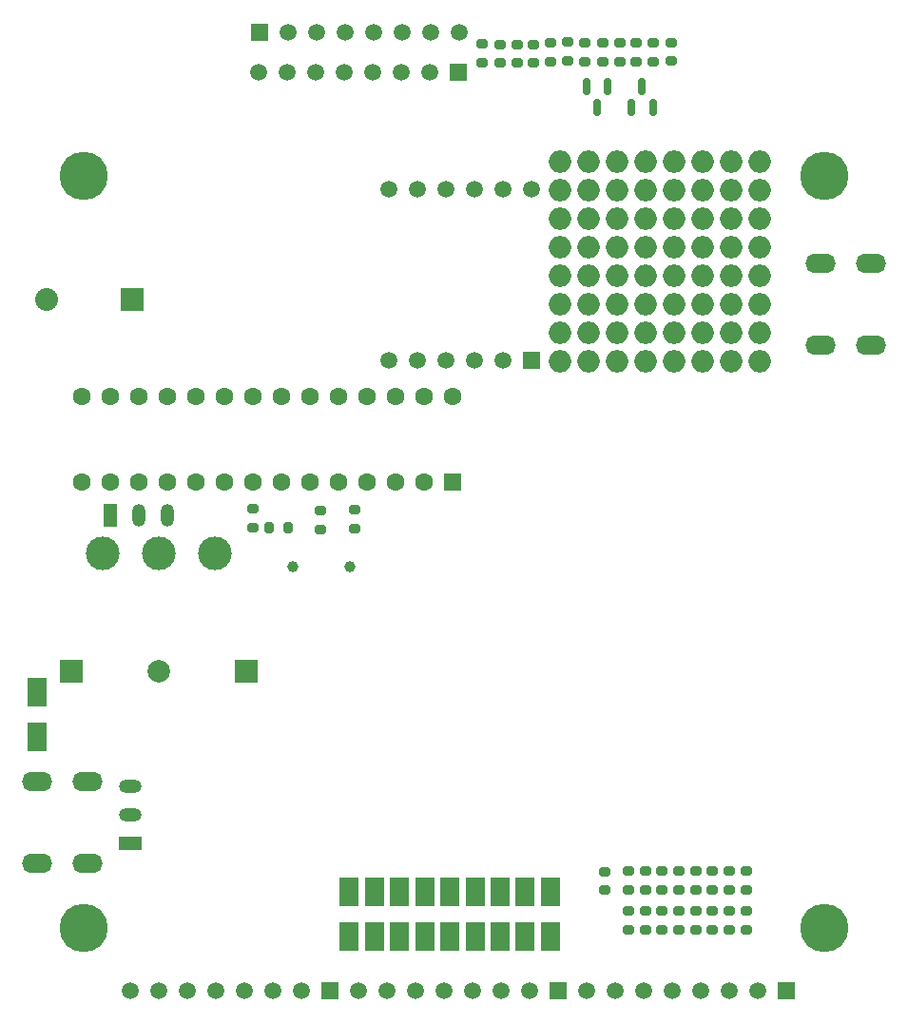
<source format=gbr>
%TF.GenerationSoftware,KiCad,Pcbnew,(6.0.0)*%
%TF.CreationDate,2022-11-14T01:44:22-08:00*%
%TF.ProjectId,Luciebox_v4,4c756369-6562-46f7-985f-76342e6b6963,rev?*%
%TF.SameCoordinates,Original*%
%TF.FileFunction,Soldermask,Top*%
%TF.FilePolarity,Negative*%
%FSLAX46Y46*%
G04 Gerber Fmt 4.6, Leading zero omitted, Abs format (unit mm)*
G04 Created by KiCad (PCBNEW (6.0.0)) date 2022-11-14 01:44:22*
%MOMM*%
%LPD*%
G01*
G04 APERTURE LIST*
G04 Aperture macros list*
%AMRoundRect*
0 Rectangle with rounded corners*
0 $1 Rounding radius*
0 $2 $3 $4 $5 $6 $7 $8 $9 X,Y pos of 4 corners*
0 Add a 4 corners polygon primitive as box body*
4,1,4,$2,$3,$4,$5,$6,$7,$8,$9,$2,$3,0*
0 Add four circle primitives for the rounded corners*
1,1,$1+$1,$2,$3*
1,1,$1+$1,$4,$5*
1,1,$1+$1,$6,$7*
1,1,$1+$1,$8,$9*
0 Add four rect primitives between the rounded corners*
20,1,$1+$1,$2,$3,$4,$5,0*
20,1,$1+$1,$4,$5,$6,$7,0*
20,1,$1+$1,$6,$7,$8,$9,0*
20,1,$1+$1,$8,$9,$2,$3,0*%
G04 Aperture macros list end*
%ADD10RoundRect,0.200000X-0.275000X0.200000X-0.275000X-0.200000X0.275000X-0.200000X0.275000X0.200000X0*%
%ADD11RoundRect,0.200000X0.275000X-0.200000X0.275000X0.200000X-0.275000X0.200000X-0.275000X-0.200000X0*%
%ADD12R,1.800000X2.500000*%
%ADD13R,2.000000X1.200000*%
%ADD14O,2.000000X1.200000*%
%ADD15C,4.300000*%
%ADD16RoundRect,0.150000X-0.150000X0.587500X-0.150000X-0.587500X0.150000X-0.587500X0.150000X0.587500X0*%
%ADD17C,1.000000*%
%ADD18RoundRect,0.150000X0.150000X-0.587500X0.150000X0.587500X-0.150000X0.587500X-0.150000X-0.587500X0*%
%ADD19O,2.700000X1.700000*%
%ADD20RoundRect,0.200000X0.200000X0.275000X-0.200000X0.275000X-0.200000X-0.275000X0.200000X-0.275000X0*%
%ADD21R,1.200000X2.000000*%
%ADD22O,1.200000X2.000000*%
%ADD23O,2.000000X2.000000*%
%ADD24R,1.500000X1.500000*%
%ADD25C,1.500000*%
%ADD26R,1.600000X1.600000*%
%ADD27C,1.600000*%
%ADD28C,2.000000*%
%ADD29R,2.000000X2.100000*%
%ADD30C,3.000000*%
%ADD31R,2.032000X2.032000*%
%ADD32C,2.032000*%
G04 APERTURE END LIST*
D10*
%TO.C,R11*%
X56026800Y-77946000D03*
X56026800Y-79596000D03*
%TD*%
D11*
%TO.C,R13*%
X59026800Y-79596000D03*
X59026800Y-77946000D03*
%TD*%
%TO.C,R5*%
X43100000Y-5950000D03*
X43100000Y-4300000D03*
%TD*%
D12*
%TO.C,D7*%
X34173600Y-79788000D03*
X34173600Y-83788000D03*
%TD*%
%TO.C,D1*%
X47599600Y-79788000D03*
X47599600Y-83788000D03*
%TD*%
%TO.C,D2*%
X45349600Y-79788000D03*
X45349600Y-83788000D03*
%TD*%
%TO.C,D3*%
X43114400Y-79788000D03*
X43114400Y-83788000D03*
%TD*%
D13*
%TO.C,T5*%
X10160000Y-75438000D03*
D14*
X10160000Y-72898000D03*
X10160000Y-70358000D03*
%TD*%
D10*
%TO.C,R8*%
X57526800Y-81471000D03*
X57526800Y-83121000D03*
%TD*%
D15*
%TO.C,H2*%
X6000000Y-83000000D03*
%TD*%
D16*
%TO.C,Q1*%
X52700000Y-8062500D03*
X50800000Y-8062500D03*
X51750000Y-9937500D03*
%TD*%
D11*
%TO.C,C2*%
X27118000Y-47510000D03*
X27118000Y-45860000D03*
%TD*%
D17*
%TO.C,Y1*%
X29718000Y-50800000D03*
X24638000Y-50800000D03*
%TD*%
D11*
%TO.C,R_0_if_no_auto_power_off1*%
X41503600Y-5942600D03*
X41503600Y-4292600D03*
%TD*%
%TO.C,R23*%
X65026800Y-79596000D03*
X65026800Y-77946000D03*
%TD*%
D12*
%TO.C,D5*%
X38644000Y-79788000D03*
X38644000Y-83788000D03*
%TD*%
D10*
%TO.C,R28*%
X55250000Y-4175000D03*
X55250000Y-5825000D03*
%TD*%
%TO.C,R6*%
X54526800Y-81471000D03*
X54526800Y-83121000D03*
%TD*%
D12*
%TO.C,D10*%
X29652400Y-79788000D03*
X29652400Y-83788000D03*
%TD*%
%TO.C,D9*%
X1879600Y-62008000D03*
X1879600Y-66008000D03*
%TD*%
D18*
%TO.C,Q2*%
X54800000Y-9937500D03*
X56700000Y-9937500D03*
X55750000Y-8062500D03*
%TD*%
D10*
%TO.C,R25*%
X52250000Y-4175000D03*
X52250000Y-5825000D03*
%TD*%
%TO.C,R7*%
X56026800Y-81471000D03*
X56026800Y-83121000D03*
%TD*%
%TO.C,R22*%
X63526800Y-77946000D03*
X63526800Y-79596000D03*
%TD*%
D12*
%TO.C,D4*%
X40879200Y-79788000D03*
X40879200Y-83788000D03*
%TD*%
D11*
%TO.C,R_reset_pullup1*%
X52425600Y-79615800D03*
X52425600Y-77965800D03*
%TD*%
D15*
%TO.C,H3*%
X72000000Y-83000000D03*
%TD*%
%TO.C,H6*%
X6000000Y-16000000D03*
%TD*%
D10*
%TO.C,C1*%
X30166000Y-45763000D03*
X30166000Y-47413000D03*
%TD*%
D19*
%TO.C,J1*%
X6360720Y-77268000D03*
X1850000Y-69968000D03*
X1850000Y-77268000D03*
X6360720Y-69968000D03*
%TD*%
%TO.C,J2*%
X71639280Y-31082000D03*
X76150000Y-23782000D03*
X76150000Y-31082000D03*
X71639280Y-23782000D03*
%TD*%
D20*
%TO.C,R19*%
X24193000Y-47360000D03*
X22543000Y-47360000D03*
%TD*%
D10*
%TO.C,R9*%
X59026800Y-81471000D03*
X59026800Y-83121000D03*
%TD*%
D11*
%TO.C,R26*%
X56750000Y-5825000D03*
X56750000Y-4175000D03*
%TD*%
D10*
%TO.C,R17*%
X63526800Y-81471000D03*
X63526800Y-83121000D03*
%TD*%
D11*
%TO.C,R_vcc_protected1*%
X58318400Y-5803400D03*
X58318400Y-4153400D03*
%TD*%
%TO.C,R3*%
X46100000Y-5950000D03*
X46100000Y-4300000D03*
%TD*%
%TO.C,R21*%
X62026800Y-79596000D03*
X62026800Y-77946000D03*
%TD*%
D10*
%TO.C,R16*%
X62026800Y-81471000D03*
X62026800Y-83121000D03*
%TD*%
%TO.C,R_0_if_no_usb_switch1*%
X50675000Y-4175000D03*
X50675000Y-5825000D03*
%TD*%
D11*
%TO.C,R2*%
X47600000Y-5850000D03*
X47600000Y-4200000D03*
%TD*%
D12*
%TO.C,D8*%
X31938400Y-79788000D03*
X31938400Y-83788000D03*
%TD*%
D15*
%TO.C,H1*%
X72000000Y-16000000D03*
%TD*%
D21*
%TO.C,T2*%
X8382000Y-46228000D03*
D22*
X10922000Y-46228000D03*
X13462000Y-46228000D03*
%TD*%
D12*
%TO.C,D6*%
X36408800Y-79788000D03*
X36408800Y-83788000D03*
%TD*%
D11*
%TO.C,C3*%
X21082000Y-47307000D03*
X21082000Y-45657000D03*
%TD*%
D10*
%TO.C,R18*%
X65026800Y-81471000D03*
X65026800Y-83121000D03*
%TD*%
D11*
%TO.C,R1*%
X49100000Y-5750000D03*
X49100000Y-4100000D03*
%TD*%
%TO.C,R4*%
X44600000Y-5950000D03*
X44600000Y-4300000D03*
%TD*%
%TO.C,R27*%
X53750000Y-5825000D03*
X53750000Y-4175000D03*
%TD*%
D23*
%TO.C,U2*%
X48425100Y-32562800D03*
X48412400Y-30022800D03*
X48425100Y-27482800D03*
X48437800Y-24942800D03*
X48425100Y-22402800D03*
X48412400Y-19862800D03*
X48425100Y-17322800D03*
X48412400Y-14782800D03*
X50965100Y-32562800D03*
X50952400Y-30022800D03*
X50965100Y-27482800D03*
X50977800Y-24942800D03*
X50965100Y-22402800D03*
X50952400Y-19862800D03*
X50965100Y-17322800D03*
X50952400Y-14782800D03*
X53505100Y-32562800D03*
X53492400Y-30022800D03*
X53505100Y-27482800D03*
X53517800Y-24942800D03*
X53505100Y-22402800D03*
X53492400Y-19862800D03*
X53505100Y-17322800D03*
X53492400Y-14782800D03*
X56045100Y-32562800D03*
X56032400Y-30022800D03*
X56045100Y-27482800D03*
X56057800Y-24942800D03*
X56045100Y-22402800D03*
X56032400Y-19862800D03*
X56045100Y-17322800D03*
X56032400Y-14782800D03*
X58585100Y-32562800D03*
X58572400Y-30022800D03*
X58585100Y-27482800D03*
X58597800Y-24942800D03*
X58585100Y-22402800D03*
X58572400Y-19862800D03*
X58585100Y-17322800D03*
X58572400Y-14782800D03*
X61125100Y-32562800D03*
X61112400Y-30022800D03*
X61125100Y-27482800D03*
X61137800Y-24942800D03*
X61125100Y-22402800D03*
X61112400Y-19862800D03*
X61125100Y-17322800D03*
X61112400Y-14782800D03*
X63665100Y-32562800D03*
X63652400Y-30022800D03*
X63665100Y-27482800D03*
X63677800Y-24942800D03*
X63665100Y-22402800D03*
X63652400Y-19862800D03*
X63665100Y-17322800D03*
X63652400Y-14782800D03*
X66205100Y-32562800D03*
X66192400Y-30022800D03*
X66205100Y-27482800D03*
X66217800Y-24942800D03*
X66205100Y-22402800D03*
X66192400Y-19862800D03*
X66205100Y-17322800D03*
X66192400Y-14782800D03*
%TD*%
D11*
%TO.C,R10*%
X54526800Y-79596000D03*
X54526800Y-77946000D03*
%TD*%
D10*
%TO.C,R15*%
X60526800Y-81471000D03*
X60526800Y-83121000D03*
%TD*%
%TO.C,R20*%
X60526800Y-77946000D03*
X60526800Y-79596000D03*
%TD*%
D11*
%TO.C,R12*%
X57526800Y-79596000D03*
X57526800Y-77946000D03*
%TD*%
D24*
%TO.C,T7*%
X39390000Y-6750000D03*
D25*
X36850000Y-6750000D03*
X34310000Y-6750000D03*
X31770000Y-6750000D03*
X29230000Y-6750000D03*
X26690000Y-6750000D03*
X24150000Y-6750000D03*
X21610000Y-6750000D03*
%TD*%
D24*
%TO.C,T1*%
X48260000Y-88620000D03*
D25*
X45720000Y-88620000D03*
X43180000Y-88620000D03*
X40640000Y-88620000D03*
X38100000Y-88620000D03*
X35560000Y-88620000D03*
X33020000Y-88620000D03*
X30480000Y-88620000D03*
%TD*%
D24*
%TO.C,U1*%
X45940000Y-32440000D03*
D25*
X43400000Y-32440000D03*
X40860000Y-32440000D03*
X38320000Y-32440000D03*
X35780000Y-32440000D03*
X33240000Y-32440000D03*
X33240000Y-17200000D03*
X35780000Y-17200000D03*
X38320000Y-17200000D03*
X40860000Y-17200000D03*
X43400000Y-17200000D03*
X45940000Y-17200000D03*
%TD*%
D26*
%TO.C,U3*%
X38855000Y-43250000D03*
D27*
X36315000Y-43250000D03*
X33775000Y-43250000D03*
X31235000Y-43250000D03*
X28695000Y-43250000D03*
X26155000Y-43250000D03*
X23615000Y-43250000D03*
X21075000Y-43250000D03*
X18535000Y-43250000D03*
X15995000Y-43250000D03*
X13455000Y-43250000D03*
X10915000Y-43250000D03*
X8375000Y-43250000D03*
X5835000Y-43250000D03*
X5835000Y-35630000D03*
X8375000Y-35630000D03*
X10915000Y-35630000D03*
X13455000Y-35630000D03*
X15995000Y-35630000D03*
X18535000Y-35630000D03*
X21075000Y-35630000D03*
X23615000Y-35630000D03*
X26155000Y-35630000D03*
X28695000Y-35630000D03*
X31235000Y-35630000D03*
X33775000Y-35630000D03*
X36315000Y-35630000D03*
X38855000Y-35630000D03*
%TD*%
D28*
%TO.C,S1*%
X12700000Y-60140000D03*
D29*
X20500000Y-60140000D03*
X4900000Y-60140000D03*
D30*
X7700000Y-49640000D03*
X12700000Y-49640000D03*
X17700000Y-49640000D03*
%TD*%
D24*
%TO.C,T6*%
X27940000Y-88620000D03*
D25*
X25400000Y-88620000D03*
X22860000Y-88620000D03*
X20320000Y-88620000D03*
X17780000Y-88620000D03*
X15240000Y-88620000D03*
X12700000Y-88620000D03*
X10160000Y-88620000D03*
%TD*%
D24*
%TO.C,T8*%
X21670000Y-3250000D03*
D25*
X24210000Y-3250000D03*
X26750000Y-3250000D03*
X29290000Y-3250000D03*
X31830000Y-3250000D03*
X34370000Y-3250000D03*
X36910000Y-3250000D03*
X39450000Y-3250000D03*
%TD*%
D24*
%TO.C,T4*%
X68580000Y-88620000D03*
D25*
X66040000Y-88620000D03*
X63500000Y-88620000D03*
X60960000Y-88620000D03*
X58420000Y-88620000D03*
X55880000Y-88620000D03*
X53340000Y-88620000D03*
X50800000Y-88620000D03*
%TD*%
D31*
%TO.C,BZ1*%
X10310000Y-27000000D03*
D32*
X2690000Y-27000000D03*
%TD*%
M02*

</source>
